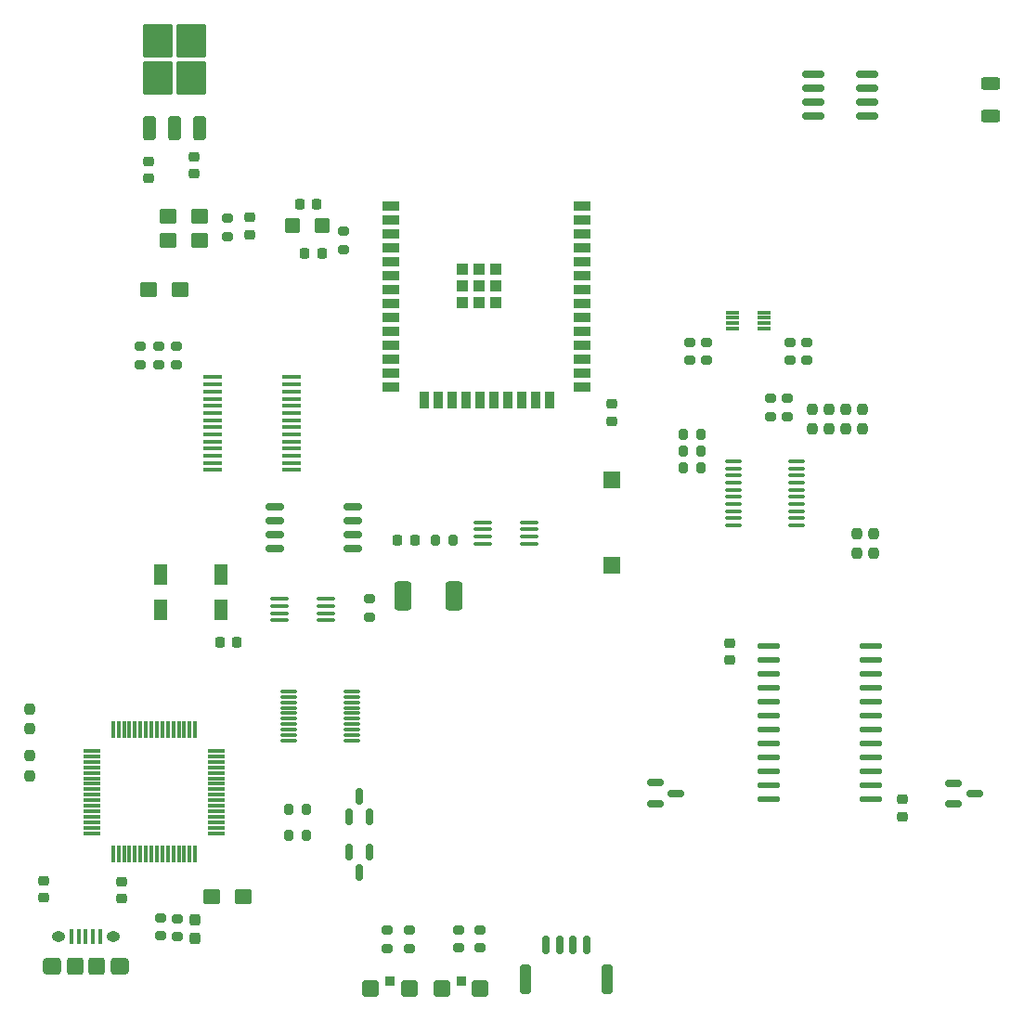
<source format=gbr>
%TF.GenerationSoftware,KiCad,Pcbnew,9.0.6-9.0.6~ubuntu25.04.1*%
%TF.CreationDate,2025-11-16T21:22:31+01:00*%
%TF.ProjectId,CPU,4350552e-6b69-4636-9164-5f7063625858,V0.2*%
%TF.SameCoordinates,Original*%
%TF.FileFunction,Paste,Top*%
%TF.FilePolarity,Positive*%
%FSLAX46Y46*%
G04 Gerber Fmt 4.6, Leading zero omitted, Abs format (unit mm)*
G04 Created by KiCad (PCBNEW 9.0.6-9.0.6~ubuntu25.04.1) date 2025-11-16 21:22:31*
%MOMM*%
%LPD*%
G01*
G04 APERTURE LIST*
G04 Aperture macros list*
%AMRoundRect*
0 Rectangle with rounded corners*
0 $1 Rounding radius*
0 $2 $3 $4 $5 $6 $7 $8 $9 X,Y pos of 4 corners*
0 Add a 4 corners polygon primitive as box body*
4,1,4,$2,$3,$4,$5,$6,$7,$8,$9,$2,$3,0*
0 Add four circle primitives for the rounded corners*
1,1,$1+$1,$2,$3*
1,1,$1+$1,$4,$5*
1,1,$1+$1,$6,$7*
1,1,$1+$1,$8,$9*
0 Add four rect primitives between the rounded corners*
20,1,$1+$1,$2,$3,$4,$5,0*
20,1,$1+$1,$4,$5,$6,$7,0*
20,1,$1+$1,$6,$7,$8,$9,0*
20,1,$1+$1,$8,$9,$2,$3,0*%
G04 Aperture macros list end*
%ADD10RoundRect,0.225000X-0.250000X0.225000X-0.250000X-0.225000X0.250000X-0.225000X0.250000X0.225000X0*%
%ADD11R,1.300000X1.900000*%
%ADD12RoundRect,0.200000X0.275000X-0.200000X0.275000X0.200000X-0.275000X0.200000X-0.275000X-0.200000X0*%
%ADD13RoundRect,0.250000X0.457500X0.445000X-0.457500X0.445000X-0.457500X-0.445000X0.457500X-0.445000X0*%
%ADD14RoundRect,0.200000X-0.200000X-0.275000X0.200000X-0.275000X0.200000X0.275000X-0.200000X0.275000X0*%
%ADD15RoundRect,0.225000X0.250000X-0.225000X0.250000X0.225000X-0.250000X0.225000X-0.250000X-0.225000X0*%
%ADD16RoundRect,0.250000X0.500000X0.500000X-0.500000X0.500000X-0.500000X-0.500000X0.500000X-0.500000X0*%
%ADD17RoundRect,0.225000X0.225000X0.225000X-0.225000X0.225000X-0.225000X-0.225000X0.225000X-0.225000X0*%
%ADD18RoundRect,0.249999X-0.512501X-1.075001X0.512501X-1.075001X0.512501X1.075001X-0.512501X1.075001X0*%
%ADD19RoundRect,0.100000X-0.637500X-0.100000X0.637500X-0.100000X0.637500X0.100000X-0.637500X0.100000X0*%
%ADD20R,1.500000X0.900000*%
%ADD21R,0.900000X1.500000*%
%ADD22R,1.050000X1.050000*%
%ADD23RoundRect,0.218750X0.218750X0.256250X-0.218750X0.256250X-0.218750X-0.256250X0.218750X-0.256250X0*%
%ADD24RoundRect,0.237500X0.237500X-0.250000X0.237500X0.250000X-0.237500X0.250000X-0.237500X-0.250000X0*%
%ADD25RoundRect,0.250000X1.125000X-1.275000X1.125000X1.275000X-1.125000X1.275000X-1.125000X-1.275000X0*%
%ADD26RoundRect,0.250000X0.350000X-0.850000X0.350000X0.850000X-0.350000X0.850000X-0.350000X-0.850000X0*%
%ADD27RoundRect,0.200000X0.200000X0.275000X-0.200000X0.275000X-0.200000X-0.275000X0.200000X-0.275000X0*%
%ADD28RoundRect,0.250000X0.625000X-0.312500X0.625000X0.312500X-0.625000X0.312500X-0.625000X-0.312500X0*%
%ADD29RoundRect,0.237500X-0.237500X0.250000X-0.237500X-0.250000X0.237500X-0.250000X0.237500X0.250000X0*%
%ADD30RoundRect,0.100000X-0.712500X-0.100000X0.712500X-0.100000X0.712500X0.100000X-0.712500X0.100000X0*%
%ADD31RoundRect,0.162500X-0.650000X-0.162500X0.650000X-0.162500X0.650000X0.162500X-0.650000X0.162500X0*%
%ADD32RoundRect,0.250000X-0.545000X-0.445000X0.545000X-0.445000X0.545000X0.445000X-0.545000X0.445000X0*%
%ADD33O,0.890000X1.550000*%
%ADD34O,1.250000X0.950000*%
%ADD35RoundRect,0.100000X-0.100000X-0.575000X0.100000X-0.575000X0.100000X0.575000X-0.100000X0.575000X0*%
%ADD36RoundRect,0.250000X-0.475000X-0.525000X0.475000X-0.525000X0.475000X0.525000X-0.475000X0.525000X0*%
%ADD37RoundRect,0.250000X-0.500000X-0.525000X0.500000X-0.525000X0.500000X0.525000X-0.500000X0.525000X0*%
%ADD38RoundRect,0.225000X0.225000X0.250000X-0.225000X0.250000X-0.225000X-0.250000X0.225000X-0.250000X0*%
%ADD39RoundRect,0.225000X-0.225000X-0.250000X0.225000X-0.250000X0.225000X0.250000X-0.225000X0.250000X0*%
%ADD40RoundRect,0.137500X-0.862500X-0.137500X0.862500X-0.137500X0.862500X0.137500X-0.862500X0.137500X0*%
%ADD41RoundRect,0.150000X-0.587500X-0.150000X0.587500X-0.150000X0.587500X0.150000X-0.587500X0.150000X0*%
%ADD42RoundRect,0.200000X-0.275000X0.200000X-0.275000X-0.200000X0.275000X-0.200000X0.275000X0.200000X0*%
%ADD43R,1.500000X1.500000*%
%ADD44RoundRect,0.218750X0.256250X-0.218750X0.256250X0.218750X-0.256250X0.218750X-0.256250X-0.218750X0*%
%ADD45RoundRect,0.150000X0.150000X-0.587500X0.150000X0.587500X-0.150000X0.587500X-0.150000X-0.587500X0*%
%ADD46RoundRect,0.237500X0.237500X-0.300000X0.237500X0.300000X-0.237500X0.300000X-0.237500X-0.300000X0*%
%ADD47R,1.750000X0.450000*%
%ADD48RoundRect,0.075000X-0.662500X-0.075000X0.662500X-0.075000X0.662500X0.075000X-0.662500X0.075000X0*%
%ADD49RoundRect,0.150000X-0.825000X-0.150000X0.825000X-0.150000X0.825000X0.150000X-0.825000X0.150000X0*%
%ADD50RoundRect,0.150000X-0.150000X-0.700000X0.150000X-0.700000X0.150000X0.700000X-0.150000X0.700000X0*%
%ADD51RoundRect,0.250000X-0.250000X-1.100000X0.250000X-1.100000X0.250000X1.100000X-0.250000X1.100000X0*%
%ADD52RoundRect,0.075000X0.075000X-0.700000X0.075000X0.700000X-0.075000X0.700000X-0.075000X-0.700000X0*%
%ADD53RoundRect,0.075000X0.700000X-0.075000X0.700000X0.075000X-0.700000X0.075000X-0.700000X-0.075000X0*%
%ADD54RoundRect,0.087500X-0.537500X-0.087500X0.537500X-0.087500X0.537500X0.087500X-0.537500X0.087500X0*%
%ADD55RoundRect,0.150000X-0.150000X0.587500X-0.150000X-0.587500X0.150000X-0.587500X0.150000X0.587500X0*%
G04 APERTURE END LIST*
D10*
%TO.C,C601*%
X170544000Y-138945000D03*
X170544000Y-140495000D03*
%TD*%
D11*
%TO.C,Y201*%
X108344000Y-118420000D03*
X102844000Y-118420000D03*
X102844000Y-121620000D03*
X108344000Y-121620000D03*
%TD*%
D12*
%TO.C,R203*%
X151138000Y-98869000D03*
X151138000Y-97219000D03*
%TD*%
%TO.C,R219*%
X160028000Y-104012000D03*
X160028000Y-102362000D03*
%TD*%
D13*
%TO.C,C402*%
X117594000Y-86620000D03*
X114889000Y-86620000D03*
%TD*%
D14*
%TO.C,R415*%
X114550000Y-142200000D03*
X116200000Y-142200000D03*
%TD*%
D15*
%TO.C,C602*%
X154746000Y-126220000D03*
X154746000Y-124670000D03*
%TD*%
D16*
%TO.C,D404*%
X125544000Y-156170000D03*
X122044000Y-156170000D03*
D17*
X123794000Y-155520000D03*
%TD*%
D18*
%TO.C,D201*%
X124969000Y-120320000D03*
X129644000Y-120320000D03*
%TD*%
D19*
%TO.C,U204*%
X155133500Y-108073000D03*
X155133500Y-108723000D03*
X155133500Y-109373000D03*
X155133500Y-110023000D03*
X155133500Y-110673000D03*
X155133500Y-111323000D03*
X155133500Y-111973000D03*
X155133500Y-112623000D03*
X155133500Y-113273000D03*
X155133500Y-113923000D03*
X160858500Y-113923000D03*
X160858500Y-113273000D03*
X160858500Y-112623000D03*
X160858500Y-111973000D03*
X160858500Y-111323000D03*
X160858500Y-110673000D03*
X160858500Y-110023000D03*
X160858500Y-109373000D03*
X160858500Y-108723000D03*
X160858500Y-108073000D03*
%TD*%
D14*
%TO.C,R416*%
X114550000Y-139850000D03*
X116200000Y-139850000D03*
%TD*%
D10*
%TO.C,C302*%
X105926000Y-80302000D03*
X105926000Y-81852000D03*
%TD*%
D12*
%TO.C,R220*%
X158504000Y-104012000D03*
X158504000Y-102362000D03*
%TD*%
%TO.C,R401*%
X119594000Y-88770000D03*
X119594000Y-87120000D03*
%TD*%
D20*
%TO.C,U401*%
X123844000Y-84770000D03*
X123844000Y-86040000D03*
X123844000Y-87310000D03*
X123844000Y-88580000D03*
X123844000Y-89850000D03*
X123844000Y-91120000D03*
X123844000Y-92390000D03*
X123844000Y-93660000D03*
X123844000Y-94930000D03*
X123844000Y-96200000D03*
X123844000Y-97470000D03*
X123844000Y-98740000D03*
X123844000Y-100010000D03*
X123844000Y-101280000D03*
D21*
X126884000Y-102530000D03*
X128154000Y-102530000D03*
X129424000Y-102530000D03*
X130694000Y-102530000D03*
X131964000Y-102530000D03*
X133234000Y-102530000D03*
X134504000Y-102530000D03*
X135774000Y-102530000D03*
X137044000Y-102530000D03*
X138314000Y-102530000D03*
D20*
X141344000Y-101280000D03*
X141344000Y-100010000D03*
X141344000Y-98740000D03*
X141344000Y-97470000D03*
X141344000Y-96200000D03*
X141344000Y-94930000D03*
X141344000Y-93660000D03*
X141344000Y-92390000D03*
X141344000Y-91120000D03*
X141344000Y-89850000D03*
X141344000Y-88580000D03*
X141344000Y-87310000D03*
X141344000Y-86040000D03*
X141344000Y-84770000D03*
D22*
X130389000Y-90585000D03*
X130389000Y-92110000D03*
X130389000Y-93635000D03*
X131914000Y-90585000D03*
X131914000Y-92110000D03*
X131914000Y-93635000D03*
X133439000Y-90585000D03*
X133439000Y-92110000D03*
X133439000Y-93635000D03*
%TD*%
D23*
%TO.C,D202*%
X126043000Y-115316000D03*
X124468000Y-115316000D03*
%TD*%
D24*
%TO.C,R217*%
X167902000Y-116482500D03*
X167902000Y-114657500D03*
%TD*%
D12*
%TO.C,R411*%
X130032500Y-152467000D03*
X130032500Y-150817000D03*
%TD*%
D14*
%TO.C,R204*%
X127898000Y-115316000D03*
X129548000Y-115316000D03*
%TD*%
D25*
%TO.C,U301*%
X102591500Y-73095000D03*
X105641500Y-73095000D03*
X102591500Y-69745000D03*
X105641500Y-69745000D03*
D26*
X101836500Y-77720000D03*
X104116500Y-77720000D03*
X106396500Y-77720000D03*
%TD*%
D12*
%TO.C,R301*%
X109006000Y-87577000D03*
X109006000Y-85927000D03*
%TD*%
D27*
%TO.C,R214*%
X152154000Y-105664000D03*
X150504000Y-105664000D03*
%TD*%
D28*
%TO.C,R410*%
X178570000Y-76585000D03*
X178570000Y-73660000D03*
%TD*%
D16*
%TO.C,D403*%
X132044000Y-156157500D03*
X128544000Y-156157500D03*
D17*
X130294000Y-155507500D03*
%TD*%
D10*
%TO.C,C406*%
X99364800Y-146430400D03*
X99364800Y-147980400D03*
%TD*%
D29*
%TO.C,R209*%
X163838000Y-103331000D03*
X163838000Y-105156000D03*
%TD*%
D30*
%TO.C,U201*%
X132231500Y-113645000D03*
X132231500Y-114295000D03*
X132231500Y-114945000D03*
X132231500Y-115595000D03*
X136456500Y-115595000D03*
X136456500Y-114945000D03*
X136456500Y-114295000D03*
X136456500Y-113645000D03*
%TD*%
D31*
%TO.C,U207*%
X113256500Y-112215000D03*
X113256500Y-113485000D03*
X113256500Y-114755000D03*
X113256500Y-116025000D03*
X120431500Y-116025000D03*
X120431500Y-114755000D03*
X120431500Y-113485000D03*
X120431500Y-112215000D03*
%TD*%
D27*
%TO.C,R218*%
X152154000Y-108712000D03*
X150504000Y-108712000D03*
%TD*%
%TO.C,R216*%
X152154000Y-107188000D03*
X150504000Y-107188000D03*
%TD*%
D12*
%TO.C,R413*%
X123544000Y-152495000D03*
X123544000Y-150845000D03*
%TD*%
D29*
%TO.C,R211*%
X165362000Y-103331000D03*
X165362000Y-105156000D03*
%TD*%
D32*
%TO.C,C301*%
X103564000Y-85720000D03*
X106444000Y-85720000D03*
%TD*%
D12*
%TO.C,R412*%
X132044000Y-152482500D03*
X132044000Y-150832500D03*
%TD*%
D33*
%TO.C,J101*%
X92552000Y-154109400D03*
D34*
X93552000Y-151409400D03*
X98552000Y-151409400D03*
D33*
X99552000Y-154109400D03*
D35*
X94752000Y-151409400D03*
X95402000Y-151409400D03*
X96052000Y-151409400D03*
X96702000Y-151409400D03*
X97352000Y-151409400D03*
D36*
X93027000Y-154109400D03*
D37*
X95052000Y-154109400D03*
X97052000Y-154109400D03*
D36*
X99077000Y-154109400D03*
%TD*%
D10*
%TO.C,C404*%
X144026000Y-102857000D03*
X144026000Y-104407000D03*
%TD*%
D38*
%TO.C,C401*%
X117594000Y-89120000D03*
X116044000Y-89120000D03*
%TD*%
D30*
%TO.C,U203*%
X113731500Y-120645000D03*
X113731500Y-121295000D03*
X113731500Y-121945000D03*
X113731500Y-122595000D03*
X117956500Y-122595000D03*
X117956500Y-121945000D03*
X117956500Y-121295000D03*
X117956500Y-120645000D03*
%TD*%
D39*
%TO.C,C203*%
X108294000Y-124620000D03*
X109844000Y-124620000D03*
%TD*%
D40*
%TO.C,U601*%
X158317500Y-124924000D03*
X158317500Y-126194000D03*
X158317500Y-127464000D03*
X158317500Y-128734000D03*
X158317500Y-130004000D03*
X158317500Y-131274000D03*
X158317500Y-132544000D03*
X158317500Y-133814000D03*
X158317500Y-135084000D03*
X158317500Y-136354000D03*
X158317500Y-137624000D03*
X158317500Y-138894000D03*
X167617500Y-138894000D03*
X167617500Y-137624000D03*
X167617500Y-136354000D03*
X167617500Y-135084000D03*
X167617500Y-133814000D03*
X167617500Y-132544000D03*
X167617500Y-131274000D03*
X167617500Y-130004000D03*
X167617500Y-128734000D03*
X167617500Y-127464000D03*
X167617500Y-126194000D03*
X167617500Y-124924000D03*
%TD*%
D10*
%TO.C,C405*%
X92176600Y-146329400D03*
X92176600Y-147879400D03*
%TD*%
D41*
%TO.C,Q602*%
X148006500Y-137420000D03*
X148006500Y-139320000D03*
X149881500Y-138370000D03*
%TD*%
%TO.C,Q601*%
X175223000Y-137436000D03*
X175223000Y-139336000D03*
X177098000Y-138386000D03*
%TD*%
D12*
%TO.C,R206*%
X160282000Y-98869000D03*
X160282000Y-97219000D03*
%TD*%
D38*
%TO.C,C403*%
X117094000Y-84620000D03*
X115544000Y-84620000D03*
%TD*%
D42*
%TO.C,R201*%
X121894000Y-120645000D03*
X121894000Y-122295000D03*
%TD*%
D43*
%TO.C,SW101*%
X144026000Y-117602000D03*
X144026000Y-109802000D03*
%TD*%
D44*
%TO.C,D301*%
X111006000Y-87427000D03*
X111006000Y-85852000D03*
%TD*%
D12*
%TO.C,R210*%
X102674000Y-99247000D03*
X102674000Y-97597000D03*
%TD*%
D24*
%TO.C,R215*%
X166378000Y-116482500D03*
X166378000Y-114657500D03*
%TD*%
D29*
%TO.C,R405*%
X90932000Y-134928600D03*
X90932000Y-136753600D03*
%TD*%
D45*
%TO.C,Q401*%
X120050000Y-140550000D03*
X121950000Y-140550000D03*
X121000000Y-138675000D03*
%TD*%
D46*
%TO.C,C410*%
X106045000Y-151635800D03*
X106045000Y-149910800D03*
%TD*%
D12*
%TO.C,R212*%
X104325000Y-99247000D03*
X104325000Y-97597000D03*
%TD*%
D29*
%TO.C,R208*%
X162314000Y-103331000D03*
X162314000Y-105156000D03*
%TD*%
D47*
%TO.C,U205*%
X114783000Y-108870000D03*
X114783000Y-108220000D03*
X114783000Y-107570000D03*
X114783000Y-106920000D03*
X114783000Y-106270000D03*
X114783000Y-105620000D03*
X114783000Y-104970000D03*
X114783000Y-104320000D03*
X114783000Y-103670000D03*
X114783000Y-103020000D03*
X114783000Y-102370000D03*
X114783000Y-101720000D03*
X114783000Y-101070000D03*
X114783000Y-100420000D03*
X107583000Y-100420000D03*
X107583000Y-101070000D03*
X107583000Y-101720000D03*
X107583000Y-102370000D03*
X107583000Y-103020000D03*
X107583000Y-103670000D03*
X107583000Y-104320000D03*
X107583000Y-104970000D03*
X107583000Y-105620000D03*
X107583000Y-106270000D03*
X107583000Y-106920000D03*
X107583000Y-107570000D03*
X107583000Y-108220000D03*
X107583000Y-108870000D03*
%TD*%
D48*
%TO.C,U406*%
X114587100Y-129068000D03*
X114587100Y-129568000D03*
X114587100Y-130068000D03*
X114587100Y-130568000D03*
X114587100Y-131068000D03*
X114587100Y-131568000D03*
X114587100Y-132068000D03*
X114587100Y-132568000D03*
X114587100Y-133068000D03*
X114587100Y-133568000D03*
X120312100Y-133568000D03*
X120312100Y-133068000D03*
X120312100Y-132568000D03*
X120312100Y-132068000D03*
X120312100Y-131568000D03*
X120312100Y-131068000D03*
X120312100Y-130568000D03*
X120312100Y-130068000D03*
X120312100Y-129568000D03*
X120312100Y-129068000D03*
%TD*%
D32*
%TO.C,C304*%
X101764000Y-92420000D03*
X104644000Y-92420000D03*
%TD*%
D49*
%TO.C,U403*%
X162379000Y-72771000D03*
X162379000Y-74041000D03*
X162379000Y-75311000D03*
X162379000Y-76581000D03*
X167329000Y-76581000D03*
X167329000Y-75311000D03*
X167329000Y-74041000D03*
X167329000Y-72771000D03*
%TD*%
D32*
%TO.C,C407*%
X107526000Y-147777200D03*
X110406000Y-147777200D03*
%TD*%
D50*
%TO.C,J102*%
X137994000Y-152170000D03*
X139244000Y-152170000D03*
X140494000Y-152170000D03*
X141744000Y-152170000D03*
D51*
X136144000Y-155370000D03*
X143594000Y-155370000D03*
%TD*%
D52*
%TO.C,U402*%
X98537500Y-143925500D03*
X99037500Y-143925500D03*
X99537500Y-143925500D03*
X100037500Y-143925500D03*
X100537500Y-143925500D03*
X101037500Y-143925500D03*
X101537500Y-143925500D03*
X102037500Y-143925500D03*
X102537500Y-143925500D03*
X103037500Y-143925500D03*
X103537500Y-143925500D03*
X104037500Y-143925500D03*
X104537500Y-143925500D03*
X105037500Y-143925500D03*
X105537500Y-143925500D03*
X106037500Y-143925500D03*
D53*
X107962500Y-142000500D03*
X107962500Y-141500500D03*
X107962500Y-141000500D03*
X107962500Y-140500500D03*
X107962500Y-140000500D03*
X107962500Y-139500500D03*
X107962500Y-139000500D03*
X107962500Y-138500500D03*
X107962500Y-138000500D03*
X107962500Y-137500500D03*
X107962500Y-137000500D03*
X107962500Y-136500500D03*
X107962500Y-136000500D03*
X107962500Y-135500500D03*
X107962500Y-135000500D03*
X107962500Y-134500500D03*
D52*
X106037500Y-132575500D03*
X105537500Y-132575500D03*
X105037500Y-132575500D03*
X104537500Y-132575500D03*
X104037500Y-132575500D03*
X103537500Y-132575500D03*
X103037500Y-132575500D03*
X102537500Y-132575500D03*
X102037500Y-132575500D03*
X101537500Y-132575500D03*
X101037500Y-132575500D03*
X100537500Y-132575500D03*
X100037500Y-132575500D03*
X99537500Y-132575500D03*
X99037500Y-132575500D03*
X98537500Y-132575500D03*
D53*
X96612500Y-134500500D03*
X96612500Y-135000500D03*
X96612500Y-135500500D03*
X96612500Y-136000500D03*
X96612500Y-136500500D03*
X96612500Y-137000500D03*
X96612500Y-137500500D03*
X96612500Y-138000500D03*
X96612500Y-138500500D03*
X96612500Y-139000500D03*
X96612500Y-139500500D03*
X96612500Y-140000500D03*
X96612500Y-140500500D03*
X96612500Y-141000500D03*
X96612500Y-141500500D03*
X96612500Y-142000500D03*
%TD*%
D12*
%TO.C,R407*%
X102844600Y-151358600D03*
X102844600Y-149708600D03*
%TD*%
D29*
%TO.C,R403*%
X90957400Y-130657600D03*
X90957400Y-132482600D03*
%TD*%
D54*
%TO.C,U202*%
X155072000Y-94500000D03*
X155072000Y-95000000D03*
X155072000Y-95500000D03*
X155072000Y-96000000D03*
X157872000Y-96000000D03*
X157872000Y-95500000D03*
X157872000Y-95000000D03*
X157872000Y-94500000D03*
%TD*%
D12*
%TO.C,R207*%
X101023000Y-99247000D03*
X101023000Y-97597000D03*
%TD*%
%TO.C,R414*%
X125544000Y-152495000D03*
X125544000Y-150845000D03*
%TD*%
D32*
%TO.C,C305*%
X103514000Y-87920000D03*
X106394000Y-87920000D03*
%TD*%
D29*
%TO.C,R213*%
X166886000Y-103331000D03*
X166886000Y-105156000D03*
%TD*%
D12*
%TO.C,R202*%
X152662000Y-98869000D03*
X152662000Y-97219000D03*
%TD*%
D55*
%TO.C,Q402*%
X121950000Y-143750000D03*
X120050000Y-143750000D03*
X121000000Y-145625000D03*
%TD*%
D12*
%TO.C,R205*%
X161806000Y-98869000D03*
X161806000Y-97219000D03*
%TD*%
%TO.C,R406*%
X104444800Y-151433800D03*
X104444800Y-149783800D03*
%TD*%
D15*
%TO.C,C303*%
X101744000Y-82270000D03*
X101744000Y-80720000D03*
%TD*%
M02*

</source>
